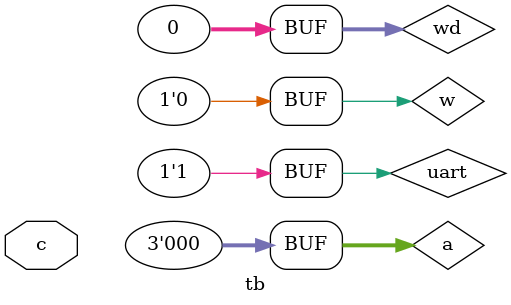
<source format=v>
module tb (input c);
   reg w = 0;
   reg [2:0] a = 0;
   reg [31:0] wd = 0;
   wand       uart = 1;
   wire [31:0] rd0, rd1;
   uart_1wire uart0 (.c(c), .w(w & ~a[2]), .a(a[1:0]), .wd(wd), .rd(rd0), .uart(uart));
   uart_1wire uart1 (.c(c), .w(w &  a[2]), .a(a[1:0]), .wd(wd), .rd(rd1), .uart(uart));
   initial
     begin
	$dumpfile("dump.vcd");
	$dumpvars(0);
     end
endmodule
</source>
